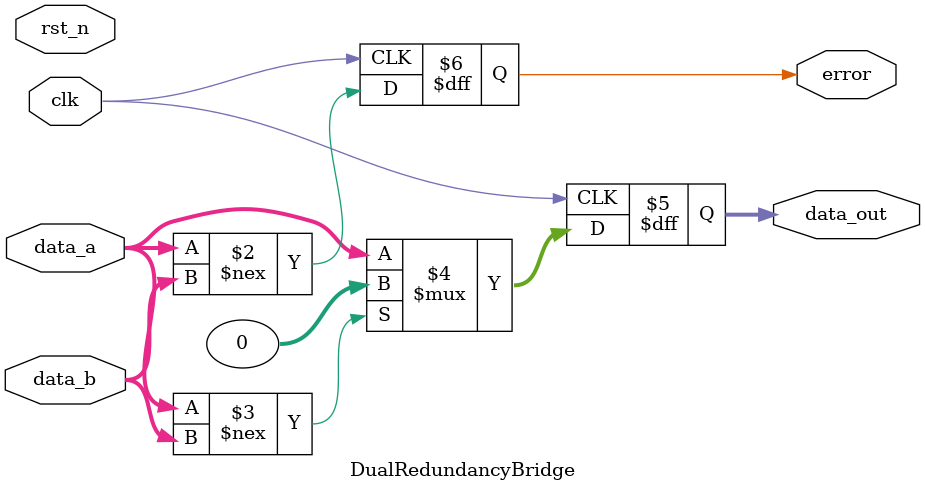
<source format=sv>
module DualRedundancyBridge(
    input clk, rst_n,
    input [31:0] data_a, data_b,
    output reg [31:0] data_out,
    output reg error
);
    always @(posedge clk) begin
        error <= (data_a !== data_b);
        data_out <= (data_a !== data_b) ? 32'b0 : data_a;
    end
endmodule
</source>
